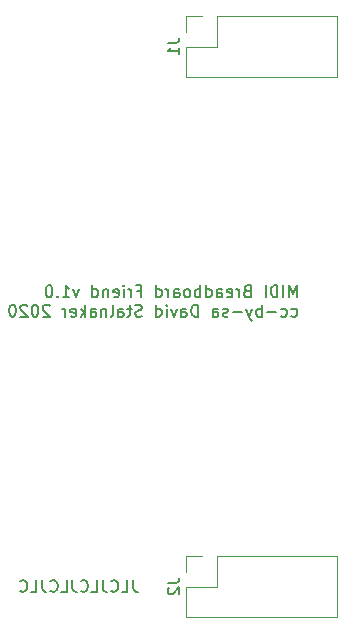
<source format=gbr>
%TF.GenerationSoftware,KiCad,Pcbnew,(5.1.6-0-10_14)*%
%TF.CreationDate,2020-08-30T21:53:01-07:00*%
%TF.ProjectId,bbf-midi,6262662d-6d69-4646-992e-6b696361645f,rev?*%
%TF.SameCoordinates,Original*%
%TF.FileFunction,Legend,Bot*%
%TF.FilePolarity,Positive*%
%FSLAX46Y46*%
G04 Gerber Fmt 4.6, Leading zero omitted, Abs format (unit mm)*
G04 Created by KiCad (PCBNEW (5.1.6-0-10_14)) date 2020-08-30 21:53:01*
%MOMM*%
%LPD*%
G01*
G04 APERTURE LIST*
%ADD10C,0.150000*%
%ADD11C,0.120000*%
G04 APERTURE END LIST*
D10*
X150286404Y-111387380D02*
X150286404Y-110387380D01*
X149953071Y-111101666D01*
X149619738Y-110387380D01*
X149619738Y-111387380D01*
X149143547Y-111387380D02*
X149143547Y-110387380D01*
X148667357Y-111387380D02*
X148667357Y-110387380D01*
X148429261Y-110387380D01*
X148286404Y-110435000D01*
X148191166Y-110530238D01*
X148143547Y-110625476D01*
X148095928Y-110815952D01*
X148095928Y-110958809D01*
X148143547Y-111149285D01*
X148191166Y-111244523D01*
X148286404Y-111339761D01*
X148429261Y-111387380D01*
X148667357Y-111387380D01*
X147667357Y-111387380D02*
X147667357Y-110387380D01*
X146095928Y-110863571D02*
X145953071Y-110911190D01*
X145905452Y-110958809D01*
X145857833Y-111054047D01*
X145857833Y-111196904D01*
X145905452Y-111292142D01*
X145953071Y-111339761D01*
X146048309Y-111387380D01*
X146429261Y-111387380D01*
X146429261Y-110387380D01*
X146095928Y-110387380D01*
X146000690Y-110435000D01*
X145953071Y-110482619D01*
X145905452Y-110577857D01*
X145905452Y-110673095D01*
X145953071Y-110768333D01*
X146000690Y-110815952D01*
X146095928Y-110863571D01*
X146429261Y-110863571D01*
X145429261Y-111387380D02*
X145429261Y-110720714D01*
X145429261Y-110911190D02*
X145381642Y-110815952D01*
X145334023Y-110768333D01*
X145238785Y-110720714D01*
X145143547Y-110720714D01*
X144429261Y-111339761D02*
X144524500Y-111387380D01*
X144714976Y-111387380D01*
X144810214Y-111339761D01*
X144857833Y-111244523D01*
X144857833Y-110863571D01*
X144810214Y-110768333D01*
X144714976Y-110720714D01*
X144524500Y-110720714D01*
X144429261Y-110768333D01*
X144381642Y-110863571D01*
X144381642Y-110958809D01*
X144857833Y-111054047D01*
X143524500Y-111387380D02*
X143524500Y-110863571D01*
X143572119Y-110768333D01*
X143667357Y-110720714D01*
X143857833Y-110720714D01*
X143953071Y-110768333D01*
X143524500Y-111339761D02*
X143619738Y-111387380D01*
X143857833Y-111387380D01*
X143953071Y-111339761D01*
X144000690Y-111244523D01*
X144000690Y-111149285D01*
X143953071Y-111054047D01*
X143857833Y-111006428D01*
X143619738Y-111006428D01*
X143524500Y-110958809D01*
X142619738Y-111387380D02*
X142619738Y-110387380D01*
X142619738Y-111339761D02*
X142714976Y-111387380D01*
X142905452Y-111387380D01*
X143000690Y-111339761D01*
X143048309Y-111292142D01*
X143095928Y-111196904D01*
X143095928Y-110911190D01*
X143048309Y-110815952D01*
X143000690Y-110768333D01*
X142905452Y-110720714D01*
X142714976Y-110720714D01*
X142619738Y-110768333D01*
X142143547Y-111387380D02*
X142143547Y-110387380D01*
X142143547Y-110768333D02*
X142048309Y-110720714D01*
X141857833Y-110720714D01*
X141762595Y-110768333D01*
X141714976Y-110815952D01*
X141667357Y-110911190D01*
X141667357Y-111196904D01*
X141714976Y-111292142D01*
X141762595Y-111339761D01*
X141857833Y-111387380D01*
X142048309Y-111387380D01*
X142143547Y-111339761D01*
X141095928Y-111387380D02*
X141191166Y-111339761D01*
X141238785Y-111292142D01*
X141286404Y-111196904D01*
X141286404Y-110911190D01*
X141238785Y-110815952D01*
X141191166Y-110768333D01*
X141095928Y-110720714D01*
X140953071Y-110720714D01*
X140857833Y-110768333D01*
X140810214Y-110815952D01*
X140762595Y-110911190D01*
X140762595Y-111196904D01*
X140810214Y-111292142D01*
X140857833Y-111339761D01*
X140953071Y-111387380D01*
X141095928Y-111387380D01*
X139905452Y-111387380D02*
X139905452Y-110863571D01*
X139953071Y-110768333D01*
X140048309Y-110720714D01*
X140238785Y-110720714D01*
X140334023Y-110768333D01*
X139905452Y-111339761D02*
X140000690Y-111387380D01*
X140238785Y-111387380D01*
X140334023Y-111339761D01*
X140381642Y-111244523D01*
X140381642Y-111149285D01*
X140334023Y-111054047D01*
X140238785Y-111006428D01*
X140000690Y-111006428D01*
X139905452Y-110958809D01*
X139429261Y-111387380D02*
X139429261Y-110720714D01*
X139429261Y-110911190D02*
X139381642Y-110815952D01*
X139334023Y-110768333D01*
X139238785Y-110720714D01*
X139143547Y-110720714D01*
X138381642Y-111387380D02*
X138381642Y-110387380D01*
X138381642Y-111339761D02*
X138476880Y-111387380D01*
X138667357Y-111387380D01*
X138762595Y-111339761D01*
X138810214Y-111292142D01*
X138857833Y-111196904D01*
X138857833Y-110911190D01*
X138810214Y-110815952D01*
X138762595Y-110768333D01*
X138667357Y-110720714D01*
X138476880Y-110720714D01*
X138381642Y-110768333D01*
X136810214Y-110863571D02*
X137143547Y-110863571D01*
X137143547Y-111387380D02*
X137143547Y-110387380D01*
X136667357Y-110387380D01*
X136286404Y-111387380D02*
X136286404Y-110720714D01*
X136286404Y-110911190D02*
X136238785Y-110815952D01*
X136191166Y-110768333D01*
X136095928Y-110720714D01*
X136000690Y-110720714D01*
X135667357Y-111387380D02*
X135667357Y-110720714D01*
X135667357Y-110387380D02*
X135714976Y-110435000D01*
X135667357Y-110482619D01*
X135619738Y-110435000D01*
X135667357Y-110387380D01*
X135667357Y-110482619D01*
X134810214Y-111339761D02*
X134905452Y-111387380D01*
X135095928Y-111387380D01*
X135191166Y-111339761D01*
X135238785Y-111244523D01*
X135238785Y-110863571D01*
X135191166Y-110768333D01*
X135095928Y-110720714D01*
X134905452Y-110720714D01*
X134810214Y-110768333D01*
X134762595Y-110863571D01*
X134762595Y-110958809D01*
X135238785Y-111054047D01*
X134334023Y-110720714D02*
X134334023Y-111387380D01*
X134334023Y-110815952D02*
X134286404Y-110768333D01*
X134191166Y-110720714D01*
X134048309Y-110720714D01*
X133953071Y-110768333D01*
X133905452Y-110863571D01*
X133905452Y-111387380D01*
X133000690Y-111387380D02*
X133000690Y-110387380D01*
X133000690Y-111339761D02*
X133095928Y-111387380D01*
X133286404Y-111387380D01*
X133381642Y-111339761D01*
X133429261Y-111292142D01*
X133476880Y-111196904D01*
X133476880Y-110911190D01*
X133429261Y-110815952D01*
X133381642Y-110768333D01*
X133286404Y-110720714D01*
X133095928Y-110720714D01*
X133000690Y-110768333D01*
X131857833Y-110720714D02*
X131619738Y-111387380D01*
X131381642Y-110720714D01*
X130476880Y-111387380D02*
X131048309Y-111387380D01*
X130762595Y-111387380D02*
X130762595Y-110387380D01*
X130857833Y-110530238D01*
X130953071Y-110625476D01*
X131048309Y-110673095D01*
X130048309Y-111292142D02*
X130000690Y-111339761D01*
X130048309Y-111387380D01*
X130095928Y-111339761D01*
X130048309Y-111292142D01*
X130048309Y-111387380D01*
X129381642Y-110387380D02*
X129286404Y-110387380D01*
X129191166Y-110435000D01*
X129143547Y-110482619D01*
X129095928Y-110577857D01*
X129048309Y-110768333D01*
X129048309Y-111006428D01*
X129095928Y-111196904D01*
X129143547Y-111292142D01*
X129191166Y-111339761D01*
X129286404Y-111387380D01*
X129381642Y-111387380D01*
X129476880Y-111339761D01*
X129524500Y-111292142D01*
X129572119Y-111196904D01*
X129619738Y-111006428D01*
X129619738Y-110768333D01*
X129572119Y-110577857D01*
X129524500Y-110482619D01*
X129476880Y-110435000D01*
X129381642Y-110387380D01*
X149857833Y-112989761D02*
X149953071Y-113037380D01*
X150143547Y-113037380D01*
X150238785Y-112989761D01*
X150286404Y-112942142D01*
X150334023Y-112846904D01*
X150334023Y-112561190D01*
X150286404Y-112465952D01*
X150238785Y-112418333D01*
X150143547Y-112370714D01*
X149953071Y-112370714D01*
X149857833Y-112418333D01*
X149000690Y-112989761D02*
X149095928Y-113037380D01*
X149286404Y-113037380D01*
X149381642Y-112989761D01*
X149429261Y-112942142D01*
X149476880Y-112846904D01*
X149476880Y-112561190D01*
X149429261Y-112465952D01*
X149381642Y-112418333D01*
X149286404Y-112370714D01*
X149095928Y-112370714D01*
X149000690Y-112418333D01*
X148572119Y-112656428D02*
X147810214Y-112656428D01*
X147334023Y-113037380D02*
X147334023Y-112037380D01*
X147334023Y-112418333D02*
X147238785Y-112370714D01*
X147048309Y-112370714D01*
X146953071Y-112418333D01*
X146905452Y-112465952D01*
X146857833Y-112561190D01*
X146857833Y-112846904D01*
X146905452Y-112942142D01*
X146953071Y-112989761D01*
X147048309Y-113037380D01*
X147238785Y-113037380D01*
X147334023Y-112989761D01*
X146524500Y-112370714D02*
X146286404Y-113037380D01*
X146048309Y-112370714D02*
X146286404Y-113037380D01*
X146381642Y-113275476D01*
X146429261Y-113323095D01*
X146524500Y-113370714D01*
X145667357Y-112656428D02*
X144905452Y-112656428D01*
X144476880Y-112989761D02*
X144381642Y-113037380D01*
X144191166Y-113037380D01*
X144095928Y-112989761D01*
X144048309Y-112894523D01*
X144048309Y-112846904D01*
X144095928Y-112751666D01*
X144191166Y-112704047D01*
X144334023Y-112704047D01*
X144429261Y-112656428D01*
X144476880Y-112561190D01*
X144476880Y-112513571D01*
X144429261Y-112418333D01*
X144334023Y-112370714D01*
X144191166Y-112370714D01*
X144095928Y-112418333D01*
X143191166Y-113037380D02*
X143191166Y-112513571D01*
X143238785Y-112418333D01*
X143334023Y-112370714D01*
X143524500Y-112370714D01*
X143619738Y-112418333D01*
X143191166Y-112989761D02*
X143286404Y-113037380D01*
X143524500Y-113037380D01*
X143619738Y-112989761D01*
X143667357Y-112894523D01*
X143667357Y-112799285D01*
X143619738Y-112704047D01*
X143524500Y-112656428D01*
X143286404Y-112656428D01*
X143191166Y-112608809D01*
X141953071Y-113037380D02*
X141953071Y-112037380D01*
X141714976Y-112037380D01*
X141572119Y-112085000D01*
X141476880Y-112180238D01*
X141429261Y-112275476D01*
X141381642Y-112465952D01*
X141381642Y-112608809D01*
X141429261Y-112799285D01*
X141476880Y-112894523D01*
X141572119Y-112989761D01*
X141714976Y-113037380D01*
X141953071Y-113037380D01*
X140524500Y-113037380D02*
X140524500Y-112513571D01*
X140572119Y-112418333D01*
X140667357Y-112370714D01*
X140857833Y-112370714D01*
X140953071Y-112418333D01*
X140524500Y-112989761D02*
X140619738Y-113037380D01*
X140857833Y-113037380D01*
X140953071Y-112989761D01*
X141000690Y-112894523D01*
X141000690Y-112799285D01*
X140953071Y-112704047D01*
X140857833Y-112656428D01*
X140619738Y-112656428D01*
X140524500Y-112608809D01*
X140143547Y-112370714D02*
X139905452Y-113037380D01*
X139667357Y-112370714D01*
X139286404Y-113037380D02*
X139286404Y-112370714D01*
X139286404Y-112037380D02*
X139334023Y-112085000D01*
X139286404Y-112132619D01*
X139238785Y-112085000D01*
X139286404Y-112037380D01*
X139286404Y-112132619D01*
X138381642Y-113037380D02*
X138381642Y-112037380D01*
X138381642Y-112989761D02*
X138476880Y-113037380D01*
X138667357Y-113037380D01*
X138762595Y-112989761D01*
X138810214Y-112942142D01*
X138857833Y-112846904D01*
X138857833Y-112561190D01*
X138810214Y-112465952D01*
X138762595Y-112418333D01*
X138667357Y-112370714D01*
X138476880Y-112370714D01*
X138381642Y-112418333D01*
X137191166Y-112989761D02*
X137048309Y-113037380D01*
X136810214Y-113037380D01*
X136714976Y-112989761D01*
X136667357Y-112942142D01*
X136619738Y-112846904D01*
X136619738Y-112751666D01*
X136667357Y-112656428D01*
X136714976Y-112608809D01*
X136810214Y-112561190D01*
X137000690Y-112513571D01*
X137095928Y-112465952D01*
X137143547Y-112418333D01*
X137191166Y-112323095D01*
X137191166Y-112227857D01*
X137143547Y-112132619D01*
X137095928Y-112085000D01*
X137000690Y-112037380D01*
X136762595Y-112037380D01*
X136619738Y-112085000D01*
X136334023Y-112370714D02*
X135953071Y-112370714D01*
X136191166Y-112037380D02*
X136191166Y-112894523D01*
X136143547Y-112989761D01*
X136048309Y-113037380D01*
X135953071Y-113037380D01*
X135191166Y-113037380D02*
X135191166Y-112513571D01*
X135238785Y-112418333D01*
X135334023Y-112370714D01*
X135524500Y-112370714D01*
X135619738Y-112418333D01*
X135191166Y-112989761D02*
X135286404Y-113037380D01*
X135524500Y-113037380D01*
X135619738Y-112989761D01*
X135667357Y-112894523D01*
X135667357Y-112799285D01*
X135619738Y-112704047D01*
X135524500Y-112656428D01*
X135286404Y-112656428D01*
X135191166Y-112608809D01*
X134572119Y-113037380D02*
X134667357Y-112989761D01*
X134714976Y-112894523D01*
X134714976Y-112037380D01*
X134191166Y-112370714D02*
X134191166Y-113037380D01*
X134191166Y-112465952D02*
X134143547Y-112418333D01*
X134048309Y-112370714D01*
X133905452Y-112370714D01*
X133810214Y-112418333D01*
X133762595Y-112513571D01*
X133762595Y-113037380D01*
X132857833Y-113037380D02*
X132857833Y-112513571D01*
X132905452Y-112418333D01*
X133000690Y-112370714D01*
X133191166Y-112370714D01*
X133286404Y-112418333D01*
X132857833Y-112989761D02*
X132953071Y-113037380D01*
X133191166Y-113037380D01*
X133286404Y-112989761D01*
X133334023Y-112894523D01*
X133334023Y-112799285D01*
X133286404Y-112704047D01*
X133191166Y-112656428D01*
X132953071Y-112656428D01*
X132857833Y-112608809D01*
X132381642Y-113037380D02*
X132381642Y-112037380D01*
X132286404Y-112656428D02*
X132000690Y-113037380D01*
X132000690Y-112370714D02*
X132381642Y-112751666D01*
X131191166Y-112989761D02*
X131286404Y-113037380D01*
X131476880Y-113037380D01*
X131572119Y-112989761D01*
X131619738Y-112894523D01*
X131619738Y-112513571D01*
X131572119Y-112418333D01*
X131476880Y-112370714D01*
X131286404Y-112370714D01*
X131191166Y-112418333D01*
X131143547Y-112513571D01*
X131143547Y-112608809D01*
X131619738Y-112704047D01*
X130714976Y-113037380D02*
X130714976Y-112370714D01*
X130714976Y-112561190D02*
X130667357Y-112465952D01*
X130619738Y-112418333D01*
X130524500Y-112370714D01*
X130429261Y-112370714D01*
X129381642Y-112132619D02*
X129334023Y-112085000D01*
X129238785Y-112037380D01*
X129000690Y-112037380D01*
X128905452Y-112085000D01*
X128857833Y-112132619D01*
X128810214Y-112227857D01*
X128810214Y-112323095D01*
X128857833Y-112465952D01*
X129429261Y-113037380D01*
X128810214Y-113037380D01*
X128191166Y-112037380D02*
X128095928Y-112037380D01*
X128000690Y-112085000D01*
X127953071Y-112132619D01*
X127905452Y-112227857D01*
X127857833Y-112418333D01*
X127857833Y-112656428D01*
X127905452Y-112846904D01*
X127953071Y-112942142D01*
X128000690Y-112989761D01*
X128095928Y-113037380D01*
X128191166Y-113037380D01*
X128286404Y-112989761D01*
X128334023Y-112942142D01*
X128381642Y-112846904D01*
X128429261Y-112656428D01*
X128429261Y-112418333D01*
X128381642Y-112227857D01*
X128334023Y-112132619D01*
X128286404Y-112085000D01*
X128191166Y-112037380D01*
X127476880Y-112132619D02*
X127429261Y-112085000D01*
X127334023Y-112037380D01*
X127095928Y-112037380D01*
X127000690Y-112085000D01*
X126953071Y-112132619D01*
X126905452Y-112227857D01*
X126905452Y-112323095D01*
X126953071Y-112465952D01*
X127524500Y-113037380D01*
X126905452Y-113037380D01*
X126286404Y-112037380D02*
X126191166Y-112037380D01*
X126095928Y-112085000D01*
X126048309Y-112132619D01*
X126000690Y-112227857D01*
X125953071Y-112418333D01*
X125953071Y-112656428D01*
X126000690Y-112846904D01*
X126048309Y-112942142D01*
X126095928Y-112989761D01*
X126191166Y-113037380D01*
X126286404Y-113037380D01*
X126381642Y-112989761D01*
X126429261Y-112942142D01*
X126476880Y-112846904D01*
X126524500Y-112656428D01*
X126524500Y-112418333D01*
X126476880Y-112227857D01*
X126429261Y-112132619D01*
X126381642Y-112085000D01*
X126286404Y-112037380D01*
X136445047Y-135342380D02*
X136445047Y-136056666D01*
X136492666Y-136199523D01*
X136587904Y-136294761D01*
X136730761Y-136342380D01*
X136826000Y-136342380D01*
X135492666Y-136342380D02*
X135968857Y-136342380D01*
X135968857Y-135342380D01*
X134587904Y-136247142D02*
X134635523Y-136294761D01*
X134778380Y-136342380D01*
X134873619Y-136342380D01*
X135016476Y-136294761D01*
X135111714Y-136199523D01*
X135159333Y-136104285D01*
X135206952Y-135913809D01*
X135206952Y-135770952D01*
X135159333Y-135580476D01*
X135111714Y-135485238D01*
X135016476Y-135390000D01*
X134873619Y-135342380D01*
X134778380Y-135342380D01*
X134635523Y-135390000D01*
X134587904Y-135437619D01*
X133873619Y-135342380D02*
X133873619Y-136056666D01*
X133921238Y-136199523D01*
X134016476Y-136294761D01*
X134159333Y-136342380D01*
X134254571Y-136342380D01*
X132921238Y-136342380D02*
X133397428Y-136342380D01*
X133397428Y-135342380D01*
X132016476Y-136247142D02*
X132064095Y-136294761D01*
X132206952Y-136342380D01*
X132302190Y-136342380D01*
X132445047Y-136294761D01*
X132540285Y-136199523D01*
X132587904Y-136104285D01*
X132635523Y-135913809D01*
X132635523Y-135770952D01*
X132587904Y-135580476D01*
X132540285Y-135485238D01*
X132445047Y-135390000D01*
X132302190Y-135342380D01*
X132206952Y-135342380D01*
X132064095Y-135390000D01*
X132016476Y-135437619D01*
X131302190Y-135342380D02*
X131302190Y-136056666D01*
X131349809Y-136199523D01*
X131445047Y-136294761D01*
X131587904Y-136342380D01*
X131683142Y-136342380D01*
X130349809Y-136342380D02*
X130826000Y-136342380D01*
X130826000Y-135342380D01*
X129445047Y-136247142D02*
X129492666Y-136294761D01*
X129635523Y-136342380D01*
X129730761Y-136342380D01*
X129873619Y-136294761D01*
X129968857Y-136199523D01*
X130016476Y-136104285D01*
X130064095Y-135913809D01*
X130064095Y-135770952D01*
X130016476Y-135580476D01*
X129968857Y-135485238D01*
X129873619Y-135390000D01*
X129730761Y-135342380D01*
X129635523Y-135342380D01*
X129492666Y-135390000D01*
X129445047Y-135437619D01*
X128730761Y-135342380D02*
X128730761Y-136056666D01*
X128778380Y-136199523D01*
X128873619Y-136294761D01*
X129016476Y-136342380D01*
X129111714Y-136342380D01*
X127778380Y-136342380D02*
X128254571Y-136342380D01*
X128254571Y-135342380D01*
X126873619Y-136247142D02*
X126921238Y-136294761D01*
X127064095Y-136342380D01*
X127159333Y-136342380D01*
X127302190Y-136294761D01*
X127397428Y-136199523D01*
X127445047Y-136104285D01*
X127492666Y-135913809D01*
X127492666Y-135770952D01*
X127445047Y-135580476D01*
X127397428Y-135485238D01*
X127302190Y-135390000D01*
X127159333Y-135342380D01*
X127064095Y-135342380D01*
X126921238Y-135390000D01*
X126873619Y-135437619D01*
D11*
%TO.C,J1*%
X140910000Y-87570000D02*
X140910000Y-88900000D01*
X142240000Y-87570000D02*
X140910000Y-87570000D01*
X140910000Y-90170000D02*
X140910000Y-92770000D01*
X143510000Y-90170000D02*
X140910000Y-90170000D01*
X143510000Y-87570000D02*
X143510000Y-90170000D01*
X140910000Y-92770000D02*
X153730000Y-92770000D01*
X143510000Y-87570000D02*
X153730000Y-87570000D01*
X153730000Y-87570000D02*
X153730000Y-92770000D01*
%TO.C,J2*%
X153730000Y-133290000D02*
X153730000Y-138490000D01*
X143510000Y-133290000D02*
X153730000Y-133290000D01*
X140910000Y-138490000D02*
X153730000Y-138490000D01*
X143510000Y-133290000D02*
X143510000Y-135890000D01*
X143510000Y-135890000D02*
X140910000Y-135890000D01*
X140910000Y-135890000D02*
X140910000Y-138490000D01*
X142240000Y-133290000D02*
X140910000Y-133290000D01*
X140910000Y-133290000D02*
X140910000Y-134620000D01*
%TO.C,J1*%
D10*
X139362380Y-89836666D02*
X140076666Y-89836666D01*
X140219523Y-89789047D01*
X140314761Y-89693809D01*
X140362380Y-89550952D01*
X140362380Y-89455714D01*
X140362380Y-90836666D02*
X140362380Y-90265238D01*
X140362380Y-90550952D02*
X139362380Y-90550952D01*
X139505238Y-90455714D01*
X139600476Y-90360476D01*
X139648095Y-90265238D01*
%TO.C,J2*%
X139362380Y-135556666D02*
X140076666Y-135556666D01*
X140219523Y-135509047D01*
X140314761Y-135413809D01*
X140362380Y-135270952D01*
X140362380Y-135175714D01*
X139457619Y-135985238D02*
X139410000Y-136032857D01*
X139362380Y-136128095D01*
X139362380Y-136366190D01*
X139410000Y-136461428D01*
X139457619Y-136509047D01*
X139552857Y-136556666D01*
X139648095Y-136556666D01*
X139790952Y-136509047D01*
X140362380Y-135937619D01*
X140362380Y-136556666D01*
%TD*%
M02*

</source>
